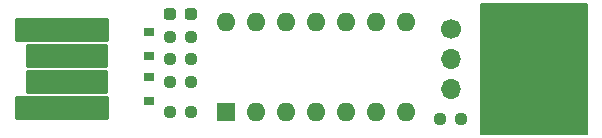
<source format=gbr>
%TF.GenerationSoftware,KiCad,Pcbnew,7.0.8*%
%TF.CreationDate,2023-10-28T23:36:24+09:00*%
%TF.ProjectId,cw_keyboard,63775f6b-6579-4626-9f61-72642e6b6963,rev?*%
%TF.SameCoordinates,Original*%
%TF.FileFunction,Soldermask,Top*%
%TF.FilePolarity,Negative*%
%FSLAX46Y46*%
G04 Gerber Fmt 4.6, Leading zero omitted, Abs format (unit mm)*
G04 Created by KiCad (PCBNEW 7.0.8) date 2023-10-28 23:36:24*
%MOMM*%
%LPD*%
G01*
G04 APERTURE LIST*
G04 Aperture macros list*
%AMRoundRect*
0 Rectangle with rounded corners*
0 $1 Rounding radius*
0 $2 $3 $4 $5 $6 $7 $8 $9 X,Y pos of 4 corners*
0 Add a 4 corners polygon primitive as box body*
4,1,4,$2,$3,$4,$5,$6,$7,$8,$9,$2,$3,0*
0 Add four circle primitives for the rounded corners*
1,1,$1+$1,$2,$3*
1,1,$1+$1,$4,$5*
1,1,$1+$1,$6,$7*
1,1,$1+$1,$8,$9*
0 Add four rect primitives between the rounded corners*
20,1,$1+$1,$2,$3,$4,$5,0*
20,1,$1+$1,$4,$5,$6,$7,0*
20,1,$1+$1,$6,$7,$8,$9,0*
20,1,$1+$1,$8,$9,$2,$3,0*%
G04 Aperture macros list end*
%ADD10C,0.150000*%
%ADD11C,1.700000*%
%ADD12O,1.700000X1.700000*%
%ADD13RoundRect,0.237500X-0.250000X-0.237500X0.250000X-0.237500X0.250000X0.237500X-0.250000X0.237500X0*%
%ADD14RoundRect,0.237500X-0.287500X-0.237500X0.287500X-0.237500X0.287500X0.237500X-0.287500X0.237500X0*%
%ADD15O,1.600000X1.600000*%
%ADD16R,1.600000X1.600000*%
%ADD17RoundRect,0.237500X0.250000X0.237500X-0.250000X0.237500X-0.250000X-0.237500X0.250000X-0.237500X0*%
%ADD18RoundRect,0.200000X3.800000X-0.800000X3.800000X0.800000X-3.800000X0.800000X-3.800000X-0.800000X0*%
%ADD19RoundRect,0.200000X3.300000X-0.800000X3.300000X0.800000X-3.300000X0.800000X-3.300000X-0.800000X0*%
%ADD20R,0.900000X0.800000*%
G04 APERTURE END LIST*
D10*
X54000000Y-22000000D02*
X63000000Y-22000000D01*
X63000000Y-33000000D01*
X54000000Y-33000000D01*
X54000000Y-22000000D01*
G36*
X54000000Y-22000000D02*
G01*
X63000000Y-22000000D01*
X63000000Y-33000000D01*
X54000000Y-33000000D01*
X54000000Y-22000000D01*
G37*
D11*
%TO.C,Y1*%
X51435000Y-24130000D03*
D12*
X51435000Y-26670000D03*
X51435000Y-29210000D03*
%TD*%
D13*
%TO.C,R2*%
X29487500Y-28575000D03*
X27662500Y-28575000D03*
%TD*%
D14*
%TO.C,D3*%
X27700000Y-22860000D03*
X29450000Y-22860000D03*
%TD*%
D15*
%TO.C,U1*%
X32385000Y-23495000D03*
X34925000Y-23495000D03*
X37465000Y-23495000D03*
X40005000Y-23495000D03*
X42545000Y-23495000D03*
X45085000Y-23495000D03*
X47625000Y-23495000D03*
X47625000Y-31115000D03*
X45085000Y-31115000D03*
X42545000Y-31115000D03*
X40005000Y-31115000D03*
X37465000Y-31115000D03*
X34925000Y-31115000D03*
D16*
X32385000Y-31115000D03*
%TD*%
D17*
%TO.C,R3*%
X52347500Y-31750000D03*
X50522500Y-31750000D03*
%TD*%
D18*
%TO.C,J1*%
X18505000Y-24200000D03*
D19*
X19005000Y-26400000D03*
X19005000Y-28600000D03*
D18*
X18505000Y-30800000D03*
%TD*%
D13*
%TO.C,R4*%
X27662500Y-24765000D03*
X29487500Y-24765000D03*
%TD*%
D17*
%TO.C,R5*%
X27662500Y-31115000D03*
X29487500Y-31115000D03*
%TD*%
D20*
%TO.C,D2*%
X25908000Y-30260000D03*
X25908000Y-28160000D03*
%TD*%
D13*
%TO.C,R1*%
X27662500Y-26670000D03*
X29487500Y-26670000D03*
%TD*%
D20*
%TO.C,D1*%
X25908000Y-26450000D03*
X25908000Y-24350000D03*
%TD*%
M02*

</source>
